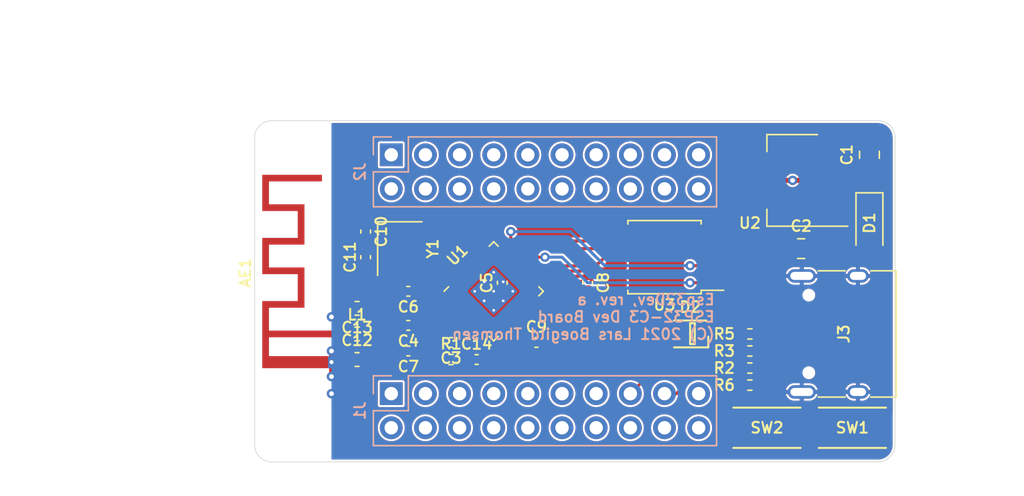
<source format=kicad_pcb>
(kicad_pcb (version 20171130) (host pcbnew 5.99.0+really5.1.12+dfsg1-1)
  (layers (0 F.Cu signal) (1 In1.Cu signal) (2 In2.Cu signal) (31 B.Cu signal) (34 B.Paste user) (35 F.Paste user) (36 B.SilkS user) (37 F.SilkS user) (38 B.Mask user) (39 F.Mask user) (44 Edge.Cuts user))
  (net 0 "")
  (net 1 GND)
  (net 2 VBUS)
  (net 3 +3V3)
  (net 4 "Net-(AE1-Pad1)")
  (net 5 EN)
  (net 6 VDD_SPI)
  (net 7 F_CK)
  (net 8 F_DI)
  (net 9 F_DO)
  (net 10 F_CS)
  (net 11 "Net-(J1-Pad10)")
  (net 12 "Net-(J1-Pad7)")
  (net 13 "Net-(J1-Pad5)")
  (net 14 "Net-(J1-Pad3)")
  (net 15 "Net-(J1-Pad1)")
  (net 16 "Net-(J2-Pad1)")
  (net 17 "Net-(C10-Pad1)")
  (net 18 "Net-(C11-Pad1)")
  (net 19 +5V)
  (net 20 "Net-(J3-PadA6)")
  (net 21 "Net-(J3-PadB5)")
  (net 22 "Net-(J3-PadA8)")
  (net 23 "Net-(J3-PadA7)")
  (net 24 "Net-(J3-PadA5)")
  (net 25 "Net-(J3-PadB8)")
  (net 26 "Net-(C13-Pad1)")
  (net 27 IO18_DM)
  (net 28 IO19_DP)
  (net 29 IO0)
  (net 30 IO1)
  (net 31 IO2)
  (net 32 IO3)
  (net 33 IO4_MTMS)
  (net 34 IO5_MTDI)
  (net 35 IO6_MTCK)
  (net 36 IO7_MTDO)
  (net 37 IO8)
  (net 38 IO9)
  (net 39 IO10)
  (net 40 IO20_U0RX)
  (net 41 IO21_U0TX)
  (net 42 "Net-(SW2-Pad2)")
  (net 43 "Net-(SW2-Pad1)")
  (net 44 IO12_F_RST)
  (net 45 IO13_F_WP)
  (net 46 "Net-(J1-Pad19)")
  (net 47 "Net-(J1-Pad13)")
  (net 48 "Net-(J1-Pad11)")
  (net 49 "Net-(J2-Pad19)")
  (net 50 "Net-(J2-Pad17)")
  (net 51 "Net-(J2-Pad15)")
  (net 52 "Net-(D2-Pad3)")
  (net 53 "Net-(D2-Pad1)")
  (net 54 "Net-(U1-Pad24)")
  (net 55 "Net-(J2-Pad13)")
  (net 56 "Net-(J2-Pad11)")
  (net 57 "Net-(J1-Pad17)")
  (net 58 "Net-(J1-Pad15)")
  (module esp32dev:LED_WS2812C-2020 (layer F.Cu) (at 133.985 95.885)
    (fp_text reference D2 (at 0 -2) (layer F.SilkS) (effects (font (size 0.8 0.8))))
    (fp_text value WS2812)
    (fp_line (start 0.35 0.75) (end 0.35 -0.8) (layer F.SilkS) (width 0.15))
    (fp_line (start 0 0.75) (end 0.35 0.75) (layer F.SilkS) (width 0.15))
    (fp_line (start 0 -0.8) (end 0 0.75) (layer F.SilkS) (width 0.15))
    (fp_line (start 0.35 -0.8) (end 0 -0.8) (layer F.SilkS) (width 0.15))
    (fp_line (start -1.2 -1) (end 1.2 -1) (layer F.SilkS) (width 0.15))
    (fp_line (start 1.35 1) (end 1.35 0.2) (layer F.SilkS) (width 0.15))
    (fp_line (start -1.2 1) (end 1.35 1) (layer F.SilkS) (width 0.15))
    (pad 4 smd rect (at -0.915 0.55) (size 0.7 0.7) (layers F.Cu F.Paste F.Mask) (net 3 +3V3))
    (pad 3 smd rect (at -0.915 -0.55) (size 0.7 0.7) (layers F.Cu F.Paste F.Mask) (net 52 "Net-(D2-Pad3)"))
    (pad 2 smd rect (at 0.915 -0.55) (size 0.7 0.7) (layers F.Cu F.Paste F.Mask) (net 1 GND))
    (pad 1 smd rect (at 0.915 0.55) (size 0.7 0.7) (layers F.Cu F.Paste F.Mask) (net 53 "Net-(D2-Pad1)"))
  )
  (module esp32dev:Texas_SWRA117D_2.4GHz_Right (layer F.Cu) (at 107.315 95.885 90)
    (fp_text reference AE1 (at 4.55 -6.41 90) (layer F.SilkS) (effects (font (size 0.8 0.8))))
    (fp_text value ~)
    (fp_poly (pts (xy 2.45 -2.51) (xy 4.45 -2.51) (xy 4.45 -5.15) (xy 7.15 -5.15) (xy 7.15 -2.51) (xy 9.15 -2.51) (xy 9.15 -5.15) (xy 11.85 -5.15) (xy 11.85 -0.71) (xy 11.35 -0.71) (xy 11.35 -4.65) (xy 9.65 -4.65) (xy 9.65 -2.01) (xy 6.65 -2.01) (xy 6.65 -4.65) (xy 4.95 -4.65) (xy 4.95 -2.01) (xy 1.95 -2.01) (xy 1.95 -4.65) (xy 0.25 -4.65) (xy 0.25 0.25) (xy -0.25 0.25) (xy -0.25 -4.65) (xy -1.65 -4.65) (xy -1.65 0.25) (xy -2.55 0.25) (xy -2.55 0.006785) (xy -2.247583 0.006785) (xy -2.237742 0.054395) (xy -2.213674 0.096797) (xy -2.175731 0.129581) (xy -2.167819 0.133935) (xy -2.125156 0.146043) (xy -2.076637 0.1453) (xy -2.031122 0.1324) (xy -2.012511 0.121787) (xy -1.978868 0.086553) (xy -1.958309 0.041368) (xy -1.951778 -0.008158) (xy -1.960218 -0.056417) (xy -1.977112 -0.088643) (xy -2.012372 -0.121313) (xy -2.057682 -0.141408) (xy -2.107267 -0.147982) (xy -2.155353 -0.140092) (xy -2.188245 -0.123186) (xy -2.223185 -0.086416) (xy -2.242847 -0.041622) (xy -2.247583 0.006785) (xy -2.55 0.006785) (xy -2.55 -5.15) (xy 2.45 -5.15) (xy 2.45 -2.51)) (layer F.Cu) (width 0))
    (pad 1 connect rect (at 0 0 90) (size 0.5 0.5) (layers F.Cu) (net 4 "Net-(AE1-Pad1)"))
    (pad 2 thru_hole rect (at -2.1 0 90) (size 0.9 0.5) (drill 0.3) (layers *.Cu) (net 1 GND))
  )
  (module Connector_PinHeader_2.54mm:PinHeader_2x10_P2.54mm_Vertical (layer B.Cu) (at 111.76 82.55 270)
    (fp_text reference J2 (at 1.27 2.33 270) (layer B.SilkS) (effects (font (size 0.8 0.8)) (justify mirror)))
    (fp_text value ~)
    (fp_line (start -1.33 1.33) (end 0 1.33) (layer B.SilkS) (width 0.12))
    (fp_line (start -1.33 0) (end -1.33 1.33) (layer B.SilkS) (width 0.12))
    (fp_line (start 1.27 1.33) (end 3.87 1.33) (layer B.SilkS) (width 0.12))
    (fp_line (start 1.27 -1.27) (end 1.27 1.33) (layer B.SilkS) (width 0.12))
    (fp_line (start -1.33 -1.27) (end 1.27 -1.27) (layer B.SilkS) (width 0.12))
    (fp_line (start 3.87 1.33) (end 3.87 -24.19) (layer B.SilkS) (width 0.12))
    (fp_line (start -1.33 -1.27) (end -1.33 -24.19) (layer B.SilkS) (width 0.12))
    (fp_line (start -1.33 -24.19) (end 3.87 -24.19) (layer B.SilkS) (width 0.12))
    (pad 20 thru_hole oval (at 2.54 -22.86 270) (size 1.7 1.7) (drill 1) (layers *.Cu *.Mask) (net 49 "Net-(J2-Pad19)"))
    (pad 19 thru_hole oval (at 0 -22.86 270) (size 1.7 1.7) (drill 1) (layers *.Cu *.Mask) (net 49 "Net-(J2-Pad19)"))
    (pad 18 thru_hole oval (at 2.54 -20.32 270) (size 1.7 1.7) (drill 1) (layers *.Cu *.Mask) (net 50 "Net-(J2-Pad17)"))
    (pad 17 thru_hole oval (at 0 -20.32 270) (size 1.7 1.7) (drill 1) (layers *.Cu *.Mask) (net 50 "Net-(J2-Pad17)"))
    (pad 16 thru_hole oval (at 2.54 -17.78 270) (size 1.7 1.7) (drill 1) (layers *.Cu *.Mask) (net 51 "Net-(J2-Pad15)"))
    (pad 15 thru_hole oval (at 0 -17.78 270) (size 1.7 1.7) (drill 1) (layers *.Cu *.Mask) (net 51 "Net-(J2-Pad15)"))
    (pad 14 thru_hole oval (at 2.54 -15.24 270) (size 1.7 1.7) (drill 1) (layers *.Cu *.Mask) (net 55 "Net-(J2-Pad13)"))
    (pad 13 thru_hole oval (at 0 -15.24 270) (size 1.7 1.7) (drill 1) (layers *.Cu *.Mask) (net 55 "Net-(J2-Pad13)"))
    (pad 12 thru_hole oval (at 2.54 -12.7 270) (size 1.7 1.7) (drill 1) (layers *.Cu *.Mask) (net 56 "Net-(J2-Pad11)"))
    (pad 11 thru_hole oval (at 0 -12.7 270) (size 1.7 1.7) (drill 1) (layers *.Cu *.Mask) (net 56 "Net-(J2-Pad11)"))
    (pad 10 thru_hole oval (at 2.54 -10.16 270) (size 1.7 1.7) (drill 1) (layers *.Cu *.Mask) (net 27 IO18_DM))
    (pad 9 thru_hole oval (at 0 -10.16 270) (size 1.7 1.7) (drill 1) (layers *.Cu *.Mask) (net 27 IO18_DM))
    (pad 8 thru_hole oval (at 2.54 -7.62 270) (size 1.7 1.7) (drill 1) (layers *.Cu *.Mask) (net 28 IO19_DP))
    (pad 7 thru_hole oval (at 0 -7.62 270) (size 1.7 1.7) (drill 1) (layers *.Cu *.Mask) (net 28 IO19_DP))
    (pad 6 thru_hole oval (at 2.54 -5.08 270) (size 1.7 1.7) (drill 1) (layers *.Cu *.Mask) (net 40 IO20_U0RX))
    (pad 5 thru_hole oval (at 0 -5.08 270) (size 1.7 1.7) (drill 1) (layers *.Cu *.Mask) (net 40 IO20_U0RX))
    (pad 4 thru_hole oval (at 2.54 -2.54 270) (size 1.7 1.7) (drill 1) (layers *.Cu *.Mask) (net 41 IO21_U0TX))
    (pad 3 thru_hole oval (at 0 -2.54 270) (size 1.7 1.7) (drill 1) (layers *.Cu *.Mask) (net 41 IO21_U0TX))
    (pad 2 thru_hole oval (at 2.54 0 270) (size 1.7 1.7) (drill 1) (layers *.Cu *.Mask) (net 16 "Net-(J2-Pad1)"))
    (pad 1 thru_hole rect (at 0 0 270) (size 1.7 1.7) (drill 1) (layers *.Cu *.Mask) (net 16 "Net-(J2-Pad1)"))
  )
  (module Connector_PinHeader_2.54mm:PinHeader_2x10_P2.54mm_Vertical (layer B.Cu) (at 111.76 100.33 270)
    (fp_text reference J1 (at 1.27 2.33 90) (layer B.SilkS) (effects (font (size 0.8 0.8)) (justify mirror)))
    (fp_text value ~)
    (fp_line (start -1.33 1.33) (end 0 1.33) (layer B.SilkS) (width 0.12))
    (fp_line (start -1.33 0) (end -1.33 1.33) (layer B.SilkS) (width 0.12))
    (fp_line (start 1.27 1.33) (end 3.87 1.33) (layer B.SilkS) (width 0.12))
    (fp_line (start 1.27 -1.27) (end 1.27 1.33) (layer B.SilkS) (width 0.12))
    (fp_line (start -1.33 -1.27) (end 1.27 -1.27) (layer B.SilkS) (width 0.12))
    (fp_line (start 3.87 1.33) (end 3.87 -24.19) (layer B.SilkS) (width 0.12))
    (fp_line (start -1.33 -1.27) (end -1.33 -24.19) (layer B.SilkS) (width 0.12))
    (fp_line (start -1.33 -24.19) (end 3.87 -24.19) (layer B.SilkS) (width 0.12))
    (pad 20 thru_hole oval (at 2.54 -22.86 270) (size 1.7 1.7) (drill 1) (layers *.Cu *.Mask) (net 46 "Net-(J1-Pad19)"))
    (pad 19 thru_hole oval (at 0 -22.86 270) (size 1.7 1.7) (drill 1) (layers *.Cu *.Mask) (net 46 "Net-(J1-Pad19)"))
    (pad 18 thru_hole oval (at 2.54 -20.32 270) (size 1.7 1.7) (drill 1) (layers *.Cu *.Mask) (net 57 "Net-(J1-Pad17)"))
    (pad 17 thru_hole oval (at 0 -20.32 270) (size 1.7 1.7) (drill 1) (layers *.Cu *.Mask) (net 57 "Net-(J1-Pad17)"))
    (pad 16 thru_hole oval (at 2.54 -17.78 270) (size 1.7 1.7) (drill 1) (layers *.Cu *.Mask) (net 58 "Net-(J1-Pad15)"))
    (pad 15 thru_hole oval (at 0 -17.78 270) (size 1.7 1.7) (drill 1) (layers *.Cu *.Mask) (net 58 "Net-(J1-Pad15)"))
    (pad 14 thru_hole oval (at 2.54 -15.24 270) (size 1.7 1.7) (drill 1) (layers *.Cu *.Mask) (net 47 "Net-(J1-Pad13)"))
    (pad 13 thru_hole oval (at 0 -15.24 270) (size 1.7 1.7) (drill 1) (layers *.Cu *.Mask) (net 47 "Net-(J1-Pad13)"))
    (pad 12 thru_hole oval (at 2.54 -12.7 270) (size 1.7 1.7) (drill 1) (layers *.Cu *.Mask) (net 48 "Net-(J1-Pad11)"))
    (pad 11 thru_hole oval (at 0 -12.7 270) (size 1.7 1.7) (drill 1) (layers *.Cu *.Mask) (net 48 "Net-(J1-Pad11)"))
    (pad 10 thru_hole oval (at 2.54 -10.16 270) (size 1.7 1.7) (drill 1) (layers *.Cu *.Mask) (net 11 "Net-(J1-Pad10)"))
    (pad 9 thru_hole oval (at 0 -10.16 270) (size 1.7 1.7) (drill 1) (layers *.Cu *.Mask) (net 11 "Net-(J1-Pad10)"))
    (pad 8 thru_hole oval (at 2.54 -7.62 270) (size 1.7 1.7) (drill 1) (layers *.Cu *.Mask) (net 12 "Net-(J1-Pad7)"))
    (pad 7 thru_hole oval (at 0 -7.62 270) (size 1.7 1.7) (drill 1) (layers *.Cu *.Mask) (net 12 "Net-(J1-Pad7)"))
    (pad 6 thru_hole oval (at 2.54 -5.08 270) (size 1.7 1.7) (drill 1) (layers *.Cu *.Mask) (net 13 "Net-(J1-Pad5)"))
    (pad 5 thru_hole oval (at 0 -5.08 270) (size 1.7 1.7) (drill 1) (layers *.Cu *.Mask) (net 13 "Net-(J1-Pad5)"))
    (pad 4 thru_hole oval (at 2.54 -2.54 270) (size 1.7 1.7) (drill 1) (layers *.Cu *.Mask) (net 14 "Net-(J1-Pad3)"))
    (pad 3 thru_hole oval (at 0 -2.54 270) (size 1.7 1.7) (drill 1) (layers *.Cu *.Mask) (net 14 "Net-(J1-Pad3)"))
    (pad 2 thru_hole oval (at 2.54 0 270) (size 1.7 1.7) (drill 1) (layers *.Cu *.Mask) (net 15 "Net-(J1-Pad1)"))
    (pad 1 thru_hole rect (at 0 0 270) (size 1.7 1.7) (drill 1) (layers *.Cu *.Mask) (net 15 "Net-(J1-Pad1)"))
  )
  (module Capacitor_SMD:C_0402_1005Metric (layer F.Cu) (at 118.11 97.79)
    (fp_text reference C14 (at 0 -1.16) (layer F.SilkS) (effects (font (size 0.8 0.8))))
    (fp_text value 100nF)
    (fp_line (start -0.107836 0.36) (end 0.107836 0.36) (layer F.SilkS) (width 0.12))
    (fp_line (start -0.107836 -0.36) (end 0.107836 -0.36) (layer F.SilkS) (width 0.12))
    (pad 2 smd roundrect (at 0.48 0) (size 0.56 0.62) (layers F.Cu F.Paste F.Mask) (net 1 GND))
    (pad 1 smd roundrect (at -0.48 0) (size 0.56 0.62) (layers F.Cu F.Paste F.Mask) (net 5 EN))
  )
  (module esp32dev:TS-1088R-02526 (layer F.Cu) (at 139.7 102.87 180)
    (fp_text reference SW2 (at 0 0) (layer F.SilkS) (effects (font (size 0.8 0.8))))
    (fp_text value ~)
    (fp_line (start 2.5 1.5) (end -2.5 1.5) (layer F.SilkS) (width 0.15))
    (fp_line (start -2.5 -1.5) (end 2.5 -1.5) (layer F.SilkS) (width 0.15))
    (pad 2 smd rect (at 2.2 0 180) (size 1.05 2) (layers F.Cu F.Paste F.Mask) (net 42 "Net-(SW2-Pad2)"))
    (pad 1 smd rect (at -2.2 -0.05 180) (size 1.05 2) (layers F.Cu F.Paste F.Mask) (net 43 "Net-(SW2-Pad1)"))
  )
  (module esp32dev:TS-1088R-02526 (layer F.Cu) (at 146.05 102.87 180)
    (fp_text reference SW1 (at 0 0) (layer F.SilkS) (effects (font (size 0.8 0.8))))
    (fp_text value ~)
    (fp_line (start 2.5 1.5) (end -2.5 1.5) (layer F.SilkS) (width 0.15))
    (fp_line (start -2.5 -1.5) (end 2.5 -1.5) (layer F.SilkS) (width 0.15))
    (pad 2 smd rect (at 2.2 0 180) (size 1.05 2) (layers F.Cu F.Paste F.Mask) (net 5 EN))
    (pad 1 smd rect (at -2.2 -0.05 180) (size 1.05 2) (layers F.Cu F.Paste F.Mask) (net 1 GND))
  )
  (module Resistor_SMD:R_0402_1005Metric (layer F.Cu) (at 116.205 97.79)
    (fp_text reference R1 (at 0 -1.17) (layer F.SilkS) (effects (font (size 0.8 0.8))))
    (fp_text value 10k)
    (fp_line (start -0.153641 -0.38) (end 0.153641 -0.38) (layer F.SilkS) (width 0.12))
    (fp_line (start -0.153641 0.38) (end 0.153641 0.38) (layer F.SilkS) (width 0.12))
    (pad 2 smd roundrect (at 0.51 0) (size 0.54 0.64) (layers F.Cu F.Paste F.Mask) (net 5 EN))
    (pad 1 smd roundrect (at -0.51 0) (size 0.54 0.64) (layers F.Cu F.Paste F.Mask) (net 3 +3V3))
  )
  (module Inductor_SMD:L_0603_1608Metric (layer F.Cu) (at 109.22 95.885)
    (fp_text reference L1 (at 0 -1.43) (layer F.SilkS) (effects (font (size 0.8 0.8))))
    (fp_text value 0R)
    (fp_line (start -0.162779 0.51) (end 0.162779 0.51) (layer F.SilkS) (width 0.12))
    (fp_line (start -0.162779 -0.51) (end 0.162779 -0.51) (layer F.SilkS) (width 0.12))
    (pad 2 smd roundrect (at 0.7875 0) (size 0.875 0.95) (layers F.Cu F.Paste F.Mask) (net 26 "Net-(C13-Pad1)"))
    (pad 1 smd roundrect (at -0.7875 0) (size 0.875 0.95) (layers F.Cu F.Paste F.Mask) (net 4 "Net-(AE1-Pad1)"))
  )
  (module Capacitor_SMD:C_0603_1608Metric (layer F.Cu) (at 109.22 93.98 180)
    (fp_text reference C13 (at 0 -1.43) (layer F.SilkS) (effects (font (size 0.8 0.8))))
    (fp_text value NM)
    (fp_line (start -0.14058 0.51) (end 0.14058 0.51) (layer F.SilkS) (width 0.12))
    (fp_line (start -0.14058 -0.51) (end 0.14058 -0.51) (layer F.SilkS) (width 0.12))
    (pad 2 smd roundrect (at 0.775 0 180) (size 0.9 0.95) (layers F.Cu F.Paste F.Mask) (net 1 GND))
    (pad 1 smd roundrect (at -0.775 0 180) (size 0.9 0.95) (layers F.Cu F.Paste F.Mask) (net 26 "Net-(C13-Pad1)"))
  )
  (module Capacitor_SMD:C_0603_1608Metric (layer F.Cu) (at 109.22 97.79)
    (fp_text reference C12 (at 0 -1.43) (layer F.SilkS) (effects (font (size 0.8 0.8))))
    (fp_text value NM)
    (fp_line (start -0.14058 0.51) (end 0.14058 0.51) (layer F.SilkS) (width 0.12))
    (fp_line (start -0.14058 -0.51) (end 0.14058 -0.51) (layer F.SilkS) (width 0.12))
    (pad 2 smd roundrect (at 0.775 0) (size 0.9 0.95) (layers F.Cu F.Paste F.Mask) (net 1 GND))
    (pad 1 smd roundrect (at -0.775 0) (size 0.9 0.95) (layers F.Cu F.Paste F.Mask) (net 4 "Net-(AE1-Pad1)"))
  )
  (module Resistor_SMD:R_0402_1005Metric (layer F.Cu) (at 138.43 99.695 180)
    (fp_text reference R6 (at 1.905 0) (layer F.SilkS) (effects (font (size 0.8 0.8))))
    (fp_text value 5.1k)
    (fp_line (start -0.153641 0.38) (end 0.153641 0.38) (layer F.SilkS) (width 0.12))
    (fp_line (start -0.153641 -0.38) (end 0.153641 -0.38) (layer F.SilkS) (width 0.12))
    (pad 2 smd roundrect (at 0.51 0 180) (size 0.54 0.64) (layers F.Cu F.Paste F.Mask) (net 1 GND))
    (pad 1 smd roundrect (at -0.51 0 180) (size 0.54 0.64) (layers F.Cu F.Paste F.Mask) (net 24 "Net-(J3-PadA5)"))
  )
  (module Resistor_SMD:R_0402_1005Metric (layer F.Cu) (at 138.43 95.885 180)
    (fp_text reference R5 (at 1.905 0) (layer F.SilkS) (effects (font (size 0.8 0.8))))
    (fp_text value 5.1k)
    (fp_line (start -0.153641 0.38) (end 0.153641 0.38) (layer F.SilkS) (width 0.12))
    (fp_line (start -0.153641 -0.38) (end 0.153641 -0.38) (layer F.SilkS) (width 0.12))
    (pad 2 smd roundrect (at 0.51 0 180) (size 0.54 0.64) (layers F.Cu F.Paste F.Mask) (net 1 GND))
    (pad 1 smd roundrect (at -0.51 0 180) (size 0.54 0.64) (layers F.Cu F.Paste F.Mask) (net 21 "Net-(J3-PadB5)"))
  )
  (module Resistor_SMD:R_0402_1005Metric (layer F.Cu) (at 138.43 97.155 180)
    (fp_text reference R3 (at 1.905 0) (layer F.SilkS) (effects (font (size 0.8 0.8))))
    (fp_text value 22R)
    (fp_line (start -0.153641 0.38) (end 0.153641 0.38) (layer F.SilkS) (width 0.12))
    (fp_line (start -0.153641 -0.38) (end 0.153641 -0.38) (layer F.SilkS) (width 0.12))
    (pad 2 smd roundrect (at 0.51 0 180) (size 0.54 0.64) (layers F.Cu F.Paste F.Mask) (net 28 IO19_DP))
    (pad 1 smd roundrect (at -0.51 0 180) (size 0.54 0.64) (layers F.Cu F.Paste F.Mask) (net 20 "Net-(J3-PadA6)"))
  )
  (module Resistor_SMD:R_0402_1005Metric (layer F.Cu) (at 138.43 98.425 180)
    (fp_text reference R2 (at 1.905 0) (layer F.SilkS) (effects (font (size 0.8 0.8))))
    (fp_text value 22R)
    (fp_line (start -0.153641 0.38) (end 0.153641 0.38) (layer F.SilkS) (width 0.12))
    (fp_line (start -0.153641 -0.38) (end 0.153641 -0.38) (layer F.SilkS) (width 0.12))
    (pad 2 smd roundrect (at 0.51 0 180) (size 0.54 0.64) (layers F.Cu F.Paste F.Mask) (net 27 IO18_DM))
    (pad 1 smd roundrect (at -0.51 0 180) (size 0.54 0.64) (layers F.Cu F.Paste F.Mask) (net 23 "Net-(J3-PadA7)"))
  )
  (module esp32dev:USB_C_Receptacle_HRO_TYPE-C-31-M-12 (layer F.Cu) (at 145.415 95.885 90)
    (fp_text reference J3 (at 0 0 90) (layer F.SilkS) (effects (font (size 0.8 0.8))))
    (fp_text value USB-C)
    (fp_line (start -4.7 2) (end -4.7 3.9) (layer F.SilkS) (width 0.12))
    (fp_line (start -4.7 -1.9) (end -4.7 0.1) (layer F.SilkS) (width 0.12))
    (fp_line (start 4.7 2) (end 4.7 3.9) (layer F.SilkS) (width 0.12))
    (fp_line (start 4.7 -1.9) (end 4.7 0.1) (layer F.SilkS) (width 0.12))
    (fp_line (start -4.7 3.9) (end 4.7 3.9) (layer F.SilkS) (width 0.12))
    (pad S1 thru_hole oval (at 4.32 1.05 90) (size 1 1.6) (drill oval 0.6 1.2) (layers *.Cu *.Mask) (net 1 GND))
    (pad "" np_thru_hole circle (at 2.89 -2.6 90) (size 0.65 0.65) (drill 0.65) (layers *.Cu *.Mask))
    (pad S1 thru_hole oval (at -4.32 1.05 90) (size 1 1.6) (drill oval 0.6 1.2) (layers *.Cu *.Mask) (net 1 GND))
    (pad "" np_thru_hole circle (at -2.89 -2.6 90) (size 0.65 0.65) (drill 0.65) (layers *.Cu *.Mask))
    (pad S1 thru_hole oval (at -4.32 -3.13 90) (size 1 2.1) (drill oval 0.6 1.7) (layers *.Cu *.Mask) (net 1 GND))
    (pad S1 thru_hole oval (at 4.32 -3.13 90) (size 1 2.1) (drill oval 0.6 1.7) (layers *.Cu *.Mask) (net 1 GND))
    (pad A6 smd rect (at -0.25 -4.045 90) (size 0.3 1.45) (layers F.Cu F.Paste F.Mask) (net 20 "Net-(J3-PadA6)"))
    (pad B5 smd rect (at 1.75 -4.045 90) (size 0.3 1.45) (layers F.Cu F.Paste F.Mask) (net 21 "Net-(J3-PadB5)"))
    (pad A8 smd rect (at 1.25 -4.045 90) (size 0.3 1.45) (layers F.Cu F.Paste F.Mask) (net 22 "Net-(J3-PadA8)"))
    (pad B6 smd rect (at 0.75 -4.045 90) (size 0.3 1.45) (layers F.Cu F.Paste F.Mask) (net 20 "Net-(J3-PadA6)"))
    (pad A7 smd rect (at 0.25 -4.045 90) (size 0.3 1.45) (layers F.Cu F.Paste F.Mask) (net 23 "Net-(J3-PadA7)"))
    (pad B7 smd rect (at -0.75 -4.045 90) (size 0.3 1.45) (layers F.Cu F.Paste F.Mask) (net 23 "Net-(J3-PadA7)"))
    (pad A5 smd rect (at -1.25 -4.045 90) (size 0.3 1.45) (layers F.Cu F.Paste F.Mask) (net 24 "Net-(J3-PadA5)"))
    (pad B8 smd rect (at -1.75 -4.045 90) (size 0.3 1.45) (layers F.Cu F.Paste F.Mask) (net 25 "Net-(J3-PadB8)"))
    (pad A12 smd rect (at 3.25 -4.045 90) (size 0.6 1.45) (layers F.Cu F.Paste F.Mask) (net 1 GND))
    (pad B4 smd rect (at 2.45 -4.045 90) (size 0.6 1.45) (layers F.Cu F.Paste F.Mask) (net 19 +5V))
    (pad A4 smd rect (at -2.45 -4.045 90) (size 0.6 1.45) (layers F.Cu F.Paste F.Mask) (net 19 +5V))
    (pad A1 smd rect (at -3.25 -4.045 90) (size 0.6 1.45) (layers F.Cu F.Paste F.Mask) (net 1 GND))
    (pad B12 smd rect (at -3.25 -4.045 90) (size 0.6 1.45) (layers F.Cu F.Paste F.Mask) (net 1 GND))
    (pad B9 smd rect (at -2.45 -4.045 90) (size 0.6 1.45) (layers F.Cu F.Paste F.Mask) (net 19 +5V))
    (pad A9 smd rect (at 2.45 -4.045 90) (size 0.6 1.45) (layers F.Cu F.Paste F.Mask) (net 19 +5V))
    (pad B1 smd rect (at 3.25 -4.045 90) (size 0.6 1.45) (layers F.Cu F.Paste F.Mask) (net 1 GND))
  )
  (module Diode_SMD:D_SOD-123 (layer F.Cu) (at 147.32 87.63 270)
    (fp_text reference D1 (at 0 0 90) (layer F.SilkS) (effects (font (size 0.8 0.8))))
    (fp_text value ~)
    (fp_line (start -2.25 -1) (end 1.65 -1) (layer F.SilkS) (width 0.12))
    (fp_line (start -2.25 1) (end 1.65 1) (layer F.SilkS) (width 0.12))
    (fp_line (start -2.25 -1) (end -2.25 1) (layer F.SilkS) (width 0.12))
    (pad 2 smd rect (at 1.65 0 270) (size 0.9 1.2) (layers F.Cu F.Paste F.Mask) (net 19 +5V))
    (pad 1 smd rect (at -1.65 0 270) (size 0.9 1.2) (layers F.Cu F.Paste F.Mask) (net 2 VBUS))
  )
  (module Crystal:Crystal_SMD_3225-4Pin_3.2x2.5mm (layer F.Cu) (at 112.395 89.535 270)
    (fp_text reference Y1 (at 0 -2.45 90) (layer F.SilkS) (effects (font (size 0.8 0.8))))
    (fp_text value 40MHz)
    (fp_line (start -2 -1.65) (end -2 1.65) (layer F.SilkS) (width 0.12))
    (fp_line (start -2 1.65) (end 2 1.65) (layer F.SilkS) (width 0.12))
    (pad 4 smd rect (at -1.1 -0.85 270) (size 1.4 1.2) (layers F.Cu F.Paste F.Mask) (net 1 GND))
    (pad 3 smd rect (at 1.1 -0.85 270) (size 1.4 1.2) (layers F.Cu F.Paste F.Mask) (net 18 "Net-(C11-Pad1)"))
    (pad 2 smd rect (at 1.1 0.85 270) (size 1.4 1.2) (layers F.Cu F.Paste F.Mask) (net 1 GND))
    (pad 1 smd rect (at -1.1 0.85 270) (size 1.4 1.2) (layers F.Cu F.Paste F.Mask) (net 17 "Net-(C10-Pad1)"))
  )
  (module Capacitor_SMD:C_0402_1005Metric (layer F.Cu) (at 109.855 90.17 90)
    (fp_text reference C11 (at 0 -1.16 90) (layer F.SilkS) (effects (font (size 0.8 0.8))))
    (fp_text value 10pF)
    (fp_line (start -0.107836 -0.36) (end 0.107836 -0.36) (layer F.SilkS) (width 0.12))
    (fp_line (start -0.107836 0.36) (end 0.107836 0.36) (layer F.SilkS) (width 0.12))
    (pad 2 smd roundrect (at 0.48 0 90) (size 0.56 0.62) (layers F.Cu F.Paste F.Mask) (net 1 GND))
    (pad 1 smd roundrect (at -0.48 0 90) (size 0.56 0.62) (layers F.Cu F.Paste F.Mask) (net 18 "Net-(C11-Pad1)"))
  )
  (module Capacitor_SMD:C_0402_1005Metric (layer F.Cu) (at 109.855 88.265 270)
    (fp_text reference C10 (at 0 -1.16 90) (layer F.SilkS) (effects (font (size 0.8 0.8))))
    (fp_text value 10pF)
    (fp_line (start -0.107836 -0.36) (end 0.107836 -0.36) (layer F.SilkS) (width 0.12))
    (fp_line (start -0.107836 0.36) (end 0.107836 0.36) (layer F.SilkS) (width 0.12))
    (pad 2 smd roundrect (at 0.48 0 270) (size 0.56 0.62) (layers F.Cu F.Paste F.Mask) (net 1 GND))
    (pad 1 smd roundrect (at -0.48 0 270) (size 0.56 0.62) (layers F.Cu F.Paste F.Mask) (net 17 "Net-(C10-Pad1)"))
  )
  (module esp32dev:QFN-32-1EP_5x5mm_P0.5mm_EP3.1x3.1mm_ThermalVias (layer F.Cu) (at 119.38 92.71 45)
    (fp_text reference U1 (at 0 -3.82 45) (layer F.SilkS) (effects (font (size 0.8 0.8))))
    (fp_text value ESP32-C3)
    (fp_line (start -2.135 -2.61) (end -2.61 -2.61) (layer F.SilkS) (width 0.12))
    (fp_line (start 2.61 2.61) (end 2.61 2.135) (layer F.SilkS) (width 0.12))
    (fp_line (start 2.135 2.61) (end 2.61 2.61) (layer F.SilkS) (width 0.12))
    (fp_line (start -2.61 2.61) (end -2.61 2.135) (layer F.SilkS) (width 0.12))
    (fp_line (start -2.135 2.61) (end -2.61 2.61) (layer F.SilkS) (width 0.12))
    (fp_line (start 2.61 -2.61) (end 2.61 -2.135) (layer F.SilkS) (width 0.12))
    (fp_line (start 2.135 -2.61) (end 2.61 -2.61) (layer F.SilkS) (width 0.12))
    (pad 1 smd roundrect (at -2.4375 -1.75 45) (size 0.875 0.25) (layers F.Cu F.Paste F.Mask) (net 26 "Net-(C13-Pad1)"))
    (pad 2 smd roundrect (at -2.4375 -1.25 45) (size 0.875 0.25) (layers F.Cu F.Paste F.Mask) (net 3 +3V3))
    (pad 3 smd roundrect (at -2.4375 -0.75 45) (size 0.875 0.25) (layers F.Cu F.Paste F.Mask) (net 3 +3V3))
    (pad 4 smd roundrect (at -2.4375 -0.25 45) (size 0.875 0.25) (layers F.Cu F.Paste F.Mask) (net 29 IO0))
    (pad 5 smd roundrect (at -2.4375 0.25 45) (size 0.875 0.25) (layers F.Cu F.Paste F.Mask) (net 30 IO1))
    (pad 6 smd roundrect (at -2.4375 0.75 45) (size 0.875 0.25) (layers F.Cu F.Paste F.Mask) (net 31 IO2))
    (pad 7 smd roundrect (at -2.4375 1.25 45) (size 0.875 0.25) (layers F.Cu F.Paste F.Mask) (net 5 EN))
    (pad 8 smd roundrect (at -2.4375 1.75 45) (size 0.875 0.25) (layers F.Cu F.Paste F.Mask) (net 32 IO3))
    (pad 9 smd roundrect (at -1.75 2.4375 45) (size 0.25 0.875) (layers F.Cu F.Paste F.Mask) (net 33 IO4_MTMS))
    (pad 10 smd roundrect (at -1.25 2.4375 45) (size 0.25 0.875) (layers F.Cu F.Paste F.Mask) (net 34 IO5_MTDI))
    (pad 11 smd roundrect (at -0.75 2.4375 45) (size 0.25 0.875) (layers F.Cu F.Paste F.Mask) (net 3 +3V3))
    (pad 12 smd roundrect (at -0.25 2.4375 45) (size 0.25 0.875) (layers F.Cu F.Paste F.Mask) (net 35 IO6_MTCK))
    (pad 13 smd roundrect (at 0.25 2.4375 45) (size 0.25 0.875) (layers F.Cu F.Paste F.Mask) (net 36 IO7_MTDO))
    (pad 14 smd roundrect (at 0.75 2.4375 45) (size 0.25 0.875) (layers F.Cu F.Paste F.Mask) (net 37 IO8))
    (pad 15 smd roundrect (at 1.25 2.4375 45) (size 0.25 0.875) (layers F.Cu F.Paste F.Mask) (net 38 IO9))
    (pad 16 smd roundrect (at 1.75 2.4375 45) (size 0.25 0.875) (layers F.Cu F.Paste F.Mask) (net 39 IO10))
    (pad 17 smd roundrect (at 2.4375 1.75 45) (size 0.875 0.25) (layers F.Cu F.Paste F.Mask) (net 3 +3V3))
    (pad 18 smd roundrect (at 2.4375 1.25 45) (size 0.875 0.25) (layers F.Cu F.Paste F.Mask) (net 6 VDD_SPI))
    (pad 19 smd roundrect (at 2.4375 0.75 45) (size 0.875 0.25) (layers F.Cu F.Paste F.Mask) (net 44 IO12_F_RST))
    (pad 20 smd roundrect (at 2.4375 0.25 45) (size 0.875 0.25) (layers F.Cu F.Paste F.Mask) (net 10 F_CS))
    (pad 21 smd roundrect (at 2.4375 -0.25 45) (size 0.875 0.25) (layers F.Cu F.Paste F.Mask) (net 7 F_CK))
    (pad 22 smd roundrect (at 2.4375 -0.75 45) (size 0.875 0.25) (layers F.Cu F.Paste F.Mask) (net 8 F_DI))
    (pad 23 smd roundrect (at 2.4375 -1.25 45) (size 0.875 0.25) (layers F.Cu F.Paste F.Mask) (net 9 F_DO))
    (pad 24 smd roundrect (at 2.4375 -1.75 45) (size 0.875 0.25) (layers F.Cu F.Paste F.Mask) (net 54 "Net-(U1-Pad24)"))
    (pad 25 smd roundrect (at 1.75 -2.4375 45) (size 0.25 0.875) (layers F.Cu F.Paste F.Mask) (net 27 IO18_DM))
    (pad 26 smd roundrect (at 1.25 -2.4375 45) (size 0.25 0.875) (layers F.Cu F.Paste F.Mask) (net 28 IO19_DP))
    (pad 27 smd roundrect (at 0.75 -2.4375 45) (size 0.25 0.875) (layers F.Cu F.Paste F.Mask) (net 40 IO20_U0RX))
    (pad 28 smd roundrect (at 0.25 -2.4375 45) (size 0.25 0.875) (layers F.Cu F.Paste F.Mask) (net 41 IO21_U0TX))
    (pad 29 smd roundrect (at -0.25 -2.4375 45) (size 0.25 0.875) (layers F.Cu F.Paste F.Mask) (net 17 "Net-(C10-Pad1)"))
    (pad 30 smd roundrect (at -0.75 -2.4375 45) (size 0.25 0.875) (layers F.Cu F.Paste F.Mask) (net 18 "Net-(C11-Pad1)"))
    (pad 31 smd roundrect (at -1.25 -2.4375 45) (size 0.25 0.875) (layers F.Cu F.Paste F.Mask) (net 3 +3V3))
    (pad 32 smd roundrect (at -1.75 -2.4375 45) (size 0.25 0.875) (layers F.Cu F.Paste F.Mask) (net 3 +3V3))
    (pad 33 smd rect (at 0 0 45) (size 3.1 3.1) (layers F.Cu F.Mask) (net 1 GND))
    (pad 33 thru_hole circle (at -1 -1 45) (size 0.5 0.5) (drill 0.2) (layers *.Cu) (net 1 GND))
    (pad 33 thru_hole circle (at 0 -1 45) (size 0.5 0.5) (drill 0.2) (layers *.Cu) (net 1 GND))
    (pad 33 thru_hole circle (at 1 -1 45) (size 0.5 0.5) (drill 0.2) (layers *.Cu) (net 1 GND))
    (pad 33 thru_hole circle (at -1 0 45) (size 0.5 0.5) (drill 0.2) (layers *.Cu) (net 1 GND))
    (pad 33 thru_hole circle (at 0 0 45) (size 0.5 0.5) (drill 0.2) (layers *.Cu) (net 1 GND))
    (pad 33 thru_hole circle (at 1 0 45) (size 0.5 0.5) (drill 0.2) (layers *.Cu) (net 1 GND))
    (pad 33 thru_hole circle (at -1 1 45) (size 0.5 0.5) (drill 0.2) (layers *.Cu) (net 1 GND))
    (pad 33 thru_hole circle (at 0 1 45) (size 0.5 0.5) (drill 0.2) (layers *.Cu) (net 1 GND))
    (pad 33 thru_hole circle (at 1 1 45) (size 0.5 0.5) (drill 0.2) (layers *.Cu) (net 1 GND))
    (pad 33 smd rect (at 0 0 45) (size 2.5 2.5) (layers B.Cu) (net 1 GND))
  )
  (module Package_SO:SOIC-8_5.23x5.23mm_P1.27mm (layer F.Cu) (at 132.08 90.17 180)
    (fp_text reference U3 (at 0 -3.56) (layer F.SilkS) (effects (font (size 0.8 0.8))))
    (fp_text value W25Q128JVS)
    (fp_line (start -2.725 -2.465) (end -4.4 -2.465) (layer F.SilkS) (width 0.12))
    (fp_line (start -2.725 -2.725) (end -2.725 -2.465) (layer F.SilkS) (width 0.12))
    (fp_line (start 0 -2.725) (end -2.725 -2.725) (layer F.SilkS) (width 0.12))
    (fp_line (start 2.725 -2.725) (end 2.725 -2.465) (layer F.SilkS) (width 0.12))
    (fp_line (start 0 -2.725) (end 2.725 -2.725) (layer F.SilkS) (width 0.12))
    (fp_line (start -2.725 2.725) (end -2.725 2.465) (layer F.SilkS) (width 0.12))
    (fp_line (start 0 2.725) (end -2.725 2.725) (layer F.SilkS) (width 0.12))
    (fp_line (start 2.725 2.725) (end 2.725 2.465) (layer F.SilkS) (width 0.12))
    (fp_line (start 0 2.725) (end 2.725 2.725) (layer F.SilkS) (width 0.12))
    (pad 8 smd roundrect (at 3.6 -1.905 180) (size 1.6 0.6) (layers F.Cu F.Paste F.Mask) (net 6 VDD_SPI))
    (pad 7 smd roundrect (at 3.6 -0.635 180) (size 1.6 0.6) (layers F.Cu F.Paste F.Mask) (net 44 IO12_F_RST))
    (pad 6 smd roundrect (at 3.6 0.635 180) (size 1.6 0.6) (layers F.Cu F.Paste F.Mask) (net 7 F_CK))
    (pad 5 smd roundrect (at 3.6 1.905 180) (size 1.6 0.6) (layers F.Cu F.Paste F.Mask) (net 8 F_DI))
    (pad 4 smd roundrect (at -3.6 1.905 180) (size 1.6 0.6) (layers F.Cu F.Paste F.Mask) (net 1 GND))
    (pad 3 smd roundrect (at -3.6 0.635 180) (size 1.6 0.6) (layers F.Cu F.Paste F.Mask) (net 45 IO13_F_WP))
    (pad 2 smd roundrect (at -3.6 -0.635 180) (size 1.6 0.6) (layers F.Cu F.Paste F.Mask) (net 9 F_DO))
    (pad 1 smd roundrect (at -3.6 -1.905 180) (size 1.6 0.6) (layers F.Cu F.Paste F.Mask) (net 10 F_CS))
  )
  (module Capacitor_SMD:C_0402_1005Metric (layer F.Cu) (at 122.555 96.52)
    (fp_text reference C9 (at 0 -1.16) (layer F.SilkS) (effects (font (size 0.8 0.8))))
    (fp_text value 100nF)
    (fp_line (start -0.107836 0.36) (end 0.107836 0.36) (layer F.SilkS) (width 0.12))
    (fp_line (start -0.107836 -0.36) (end 0.107836 -0.36) (layer F.SilkS) (width 0.12))
    (pad 2 smd roundrect (at 0.48 0) (size 0.56 0.62) (layers F.Cu F.Paste F.Mask) (net 1 GND))
    (pad 1 smd roundrect (at -0.48 0) (size 0.56 0.62) (layers F.Cu F.Paste F.Mask) (net 3 +3V3))
  )
  (module Capacitor_SMD:C_0402_1005Metric (layer F.Cu) (at 126.365 92.075 270)
    (fp_text reference C8 (at 0 -1.16 90) (layer F.SilkS) (effects (font (size 0.8 0.8))))
    (fp_text value 100nF)
    (fp_line (start -0.107836 0.36) (end 0.107836 0.36) (layer F.SilkS) (width 0.12))
    (fp_line (start -0.107836 -0.36) (end 0.107836 -0.36) (layer F.SilkS) (width 0.12))
    (pad 2 smd roundrect (at 0.48 0 270) (size 0.56 0.62) (layers F.Cu F.Paste F.Mask) (net 1 GND))
    (pad 1 smd roundrect (at -0.48 0 270) (size 0.56 0.62) (layers F.Cu F.Paste F.Mask) (net 6 VDD_SPI))
  )
  (module Capacitor_SMD:C_0402_1005Metric (layer F.Cu) (at 113.03 97.155 180)
    (fp_text reference C7 (at 0 -1.16) (layer F.SilkS) (effects (font (size 0.8 0.8))))
    (fp_text value 100nF)
    (fp_line (start -0.107836 0.36) (end 0.107836 0.36) (layer F.SilkS) (width 0.12))
    (fp_line (start -0.107836 -0.36) (end 0.107836 -0.36) (layer F.SilkS) (width 0.12))
    (pad 2 smd roundrect (at 0.48 0 180) (size 0.56 0.62) (layers F.Cu F.Paste F.Mask) (net 1 GND))
    (pad 1 smd roundrect (at -0.48 0 180) (size 0.56 0.62) (layers F.Cu F.Paste F.Mask) (net 3 +3V3))
  )
  (module Capacitor_SMD:C_0402_1005Metric (layer F.Cu) (at 113.03 92.71 180)
    (fp_text reference C6 (at 0 -1.16) (layer F.SilkS) (effects (font (size 0.8 0.8))))
    (fp_text value 100nF)
    (fp_line (start -0.107836 0.36) (end 0.107836 0.36) (layer F.SilkS) (width 0.12))
    (fp_line (start -0.107836 -0.36) (end 0.107836 -0.36) (layer F.SilkS) (width 0.12))
    (pad 2 smd roundrect (at 0.48 0 180) (size 0.56 0.62) (layers F.Cu F.Paste F.Mask) (net 1 GND))
    (pad 1 smd roundrect (at -0.48 0 180) (size 0.56 0.62) (layers F.Cu F.Paste F.Mask) (net 3 +3V3))
  )
  (module Capacitor_SMD:C_0402_1005Metric (layer F.Cu) (at 120.015 92.075 90)
    (fp_text reference C5 (at 0 -1.16 90) (layer F.SilkS) (effects (font (size 0.8 0.8))))
    (fp_text value 100nF)
    (fp_line (start -0.107836 0.36) (end 0.107836 0.36) (layer F.SilkS) (width 0.12))
    (fp_line (start -0.107836 -0.36) (end 0.107836 -0.36) (layer F.SilkS) (width 0.12))
    (pad 2 smd roundrect (at 0.48 0 90) (size 0.56 0.62) (layers F.Cu F.Paste F.Mask) (net 1 GND))
    (pad 1 smd roundrect (at -0.48 0 90) (size 0.56 0.62) (layers F.Cu F.Paste F.Mask) (net 3 +3V3))
  )
  (module Capacitor_SMD:C_0402_1005Metric (layer F.Cu) (at 113.03 95.25 180)
    (fp_text reference C4 (at 0 -1.16) (layer F.SilkS) (effects (font (size 0.8 0.8))))
    (fp_text value 100nF)
    (fp_line (start -0.107836 0.36) (end 0.107836 0.36) (layer F.SilkS) (width 0.12))
    (fp_line (start -0.107836 -0.36) (end 0.107836 -0.36) (layer F.SilkS) (width 0.12))
    (pad 2 smd roundrect (at 0.48 0 180) (size 0.56 0.62) (layers F.Cu F.Paste F.Mask) (net 1 GND))
    (pad 1 smd roundrect (at -0.48 0 180) (size 0.56 0.62) (layers F.Cu F.Paste F.Mask) (net 3 +3V3))
  )
  (module Capacitor_SMD:C_0402_1005Metric (layer F.Cu) (at 116.205 96.52 180)
    (fp_text reference C3 (at 0 -1.16) (layer F.SilkS) (effects (font (size 0.8 0.8))))
    (fp_text value 100nF)
    (fp_line (start -0.107836 0.36) (end 0.107836 0.36) (layer F.SilkS) (width 0.12))
    (fp_line (start -0.107836 -0.36) (end 0.107836 -0.36) (layer F.SilkS) (width 0.12))
    (pad 2 smd roundrect (at 0.48 0 180) (size 0.56 0.62) (layers F.Cu F.Paste F.Mask) (net 1 GND))
    (pad 1 smd roundrect (at -0.48 0 180) (size 0.56 0.62) (layers F.Cu F.Paste F.Mask) (net 3 +3V3))
  )
  (module Capacitor_SMD:C_0805_2012Metric (layer F.Cu) (at 142.24 89.535)
    (fp_text reference C2 (at 0 -1.68) (layer F.SilkS) (effects (font (size 0.8 0.8))))
    (fp_text value 10uF)
    (fp_line (start -0.261252 0.735) (end 0.261252 0.735) (layer F.SilkS) (width 0.12))
    (fp_line (start -0.261252 -0.735) (end 0.261252 -0.735) (layer F.SilkS) (width 0.12))
    (pad 2 smd roundrect (at 0.95 0) (size 1 1.45) (layers F.Cu F.Paste F.Mask) (net 1 GND))
    (pad 1 smd roundrect (at -0.95 0) (size 1 1.45) (layers F.Cu F.Paste F.Mask) (net 3 +3V3))
  )
  (module Capacitor_SMD:C_0805_2012Metric (layer F.Cu) (at 147.32 82.55 90)
    (fp_text reference C1 (at 0 -1.68 90) (layer F.SilkS) (effects (font (size 0.8 0.8))))
    (fp_text value 10uF)
    (fp_line (start -0.261252 0.735) (end 0.261252 0.735) (layer F.SilkS) (width 0.12))
    (fp_line (start -0.261252 -0.735) (end 0.261252 -0.735) (layer F.SilkS) (width 0.12))
    (pad 2 smd roundrect (at 0.95 0 90) (size 1 1.45) (layers F.Cu F.Paste F.Mask) (net 1 GND))
    (pad 1 smd roundrect (at -0.95 0 90) (size 1 1.45) (layers F.Cu F.Paste F.Mask) (net 2 VBUS))
  )
  (module Package_TO_SOT_SMD:SOT-223-3_TabPin2 (layer F.Cu) (at 141.605 84.455 180)
    (fp_text reference U2 (at 3.175 -3.175) (layer F.SilkS) (effects (font (size 0.8 0.8))))
    (fp_text value AP1117-33)
    (fp_line (start -4.1 -3.41) (end 1.91 -3.41) (layer F.SilkS) (width 0.12))
    (fp_line (start -1.85 3.41) (end 1.91 3.41) (layer F.SilkS) (width 0.12))
    (fp_line (start 1.91 -3.41) (end 1.91 -2.15) (layer F.SilkS) (width 0.12))
    (fp_line (start 1.91 3.41) (end 1.91 2.15) (layer F.SilkS) (width 0.12))
    (pad 1 smd rect (at -3.15 -2.3 180) (size 2 1.5) (layers F.Cu F.Paste F.Mask) (net 1 GND))
    (pad 3 smd rect (at -3.15 2.3 180) (size 2 1.5) (layers F.Cu F.Paste F.Mask) (net 2 VBUS))
    (pad 2 smd rect (at -3.15 0 180) (size 2 1.5) (layers F.Cu F.Paste F.Mask) (net 3 +3V3))
    (pad 2 smd rect (at 3.15 0 180) (size 2 3.8) (layers F.Cu F.Paste F.Mask) (net 3 +3V3))
  )
  (gr_text "Esp32Dev, rev. a\nESP32-C3 Dev Board\n(C) 2021 Lars Boegild Thomsen" (at 135.89 94.615) (layer B.SilkS) (effects (font (size 0.8 0.8)) (justify left mirror)))
  (gr_arc (start 147.955 81.28) (end 149.225 81.28) (angle -90) (layer Edge.Cuts) (width 0.05))
  (gr_arc (start 147.955 104.14) (end 147.955 105.41) (angle -90) (layer Edge.Cuts) (width 0.05))
  (gr_arc (start 102.87 104.14) (end 101.6 104.14) (angle -90) (layer Edge.Cuts) (width 0.05))
  (gr_arc (start 102.87 81.28) (end 102.87 80.01) (angle -90) (layer Edge.Cuts) (width 0.05))
  (gr_line (start 147.955 105.41) (end 102.87 105.41) (layer Edge.Cuts) (width 0.05))
  (gr_line (start 149.225 81.28) (end 149.225 104.14) (layer Edge.Cuts) (width 0.05))
  (gr_line (start 102.87 80.01) (end 147.955 80.01) (layer Edge.Cuts) (width 0.05))
  (gr_line (start 101.6 104.14) (end 101.6 81.28) (layer Edge.Cuts) (width 0.05))
  (via (at 107.315 97.155) (size 0.7) (drill 0.35) (layers F.Cu B.Cu) (net 1))
  (via (at 107.315 99.06) (size 0.7) (drill 0.35) (layers F.Cu B.Cu) (net 1))
  (via (at 107.315 100.33) (size 0.7) (drill 0.35) (layers F.Cu B.Cu) (net 1))
  (via (at 107.315 94.615) (size 0.7) (drill 0.35) (layers F.Cu B.Cu) (net 1))
  (segment (start 107.315 97.985) (end 107.315 97.155) (width 0.349504) (layer F.Cu) (net 1))
  (segment (start 107.315 97.985) (end 107.315 99.06) (width 0.349504) (layer F.Cu) (net 1))
  (via (at 141.605 84.455) (size 0.7) (drill 0.35) (layers F.Cu B.Cu) (net 3))
  (segment (start 138.455 84.455) (end 141.605 84.455) (width 0.381) (layer F.Cu) (net 3))
  (segment (start 144.755 84.455) (end 141.605 84.455) (width 0.381) (layer F.Cu) (net 3))
  (segment (start 108.4325 95.885) (end 107.315 95.885) (width 0.349504) (layer F.Cu) (net 4))
  (segment (start 108.4325 97.7775) (end 108.445 97.79) (width 0.349504) (layer F.Cu) (net 4))
  (segment (start 108.4325 95.885) (end 108.4325 97.7775) (width 0.349504) (layer F.Cu) (net 4))
  (segment (start 126.355295 91.585295) (end 126.365 91.595) (width 0.2286) (layer F.Cu) (net 6))
  (segment (start 122.272472 91.585295) (end 126.355295 91.585295) (width 0.2286) (layer F.Cu) (net 6))
  (segment (start 121.987456 91.870311) (end 122.272472 91.585295) (width 0.2286) (layer F.Cu) (net 6))
  (segment (start 126.845 92.075) (end 126.365 91.595) (width 0.2286) (layer F.Cu) (net 6))
  (segment (start 128.48 92.075) (end 126.845 92.075) (width 0.2286) (layer F.Cu) (net 6))
  (segment (start 121.07217 89.95717) (end 120.573243 90.456097) (width 0.2286) (layer F.Cu) (net 7))
  (segment (start 121.49434 89.535) (end 121.07217 89.95717) (width 0.2286) (layer F.Cu) (net 7))
  (segment (start 128.48 89.535) (end 121.49434 89.535) (width 0.2286) (layer F.Cu) (net 7))
  (segment (start 121.353943 88.96829) (end 120.219689 90.102544) (width 0.2286) (layer F.Cu) (net 8))
  (segment (start 127.77671 88.96829) (end 121.353943 88.96829) (width 0.2286) (layer F.Cu) (net 8))
  (segment (start 128.48 88.265) (end 127.77671 88.96829) (width 0.2286) (layer F.Cu) (net 8))
  (via (at 133.985 90.805) (size 0.7) (drill 0.35) (layers F.Cu B.Cu) (net 9))
  (segment (start 135.68 90.805) (end 133.985 90.805) (width 0.2286) (layer F.Cu) (net 9))
  (segment (start 133.985 90.805) (end 127.635 90.805) (width 0.2286) (layer B.Cu) (net 9))
  (via (at 120.65 88.265) (size 0.7) (drill 0.35) (layers F.Cu B.Cu) (net 9))
  (segment (start 125.095 88.265) (end 120.65 88.265) (width 0.2286) (layer B.Cu) (net 9))
  (segment (start 127.635 90.805) (end 125.095 88.265) (width 0.2286) (layer B.Cu) (net 9))
  (segment (start 120.65 88.965126) (end 119.866136 89.74899) (width 0.2286) (layer F.Cu) (net 9))
  (segment (start 120.65 88.265) (end 120.65 88.965126) (width 0.2286) (layer F.Cu) (net 9))
  (via (at 123.19 90.17) (size 0.7) (drill 0.35) (layers F.Cu B.Cu) (net 10))
  (via (at 133.985 92.075) (size 0.7) (drill 0.35) (layers F.Cu B.Cu) (net 10))
  (segment (start 135.68 92.075) (end 133.985 92.075) (width 0.2286) (layer F.Cu) (net 10))
  (segment (start 126.365 92.075) (end 133.985 92.075) (width 0.2286) (layer B.Cu) (net 10))
  (segment (start 121.566447 90.17) (end 120.926796 90.809651) (width 0.2286) (layer F.Cu) (net 10))
  (segment (start 123.19 90.17) (end 121.566447 90.17) (width 0.2286) (layer F.Cu) (net 10))
  (segment (start 124.46 90.17) (end 126.365 92.075) (width 0.2286) (layer B.Cu) (net 10))
  (segment (start 123.19 90.17) (end 124.46 90.17) (width 0.2286) (layer B.Cu) (net 10))
  (segment (start 115.984746 89.668299) (end 117.479651 91.163204) (width 0.2286) (layer F.Cu) (net 17))
  (segment (start 112.778299 89.668299) (end 115.984746 89.668299) (width 0.2286) (layer F.Cu) (net 17))
  (segment (start 111.545 88.435) (end 112.778299 89.668299) (width 0.2286) (layer F.Cu) (net 17))
  (segment (start 116.24434 90.635) (end 117.126097 91.516757) (width 0.2286) (layer F.Cu) (net 18))
  (segment (start 113.245 90.635) (end 116.24434 90.635) (width 0.2286) (layer F.Cu) (net 18))
  (segment (start 142.162222 98.335) (end 141.37 98.335) (width 0.381) (layer F.Cu) (net 19))
  (segment (start 142.818912 97.67831) (end 142.162222 98.335) (width 0.381) (layer F.Cu) (net 19))
  (segment (start 142.818912 94.09169) (end 142.818912 97.67831) (width 0.381) (layer F.Cu) (net 19))
  (segment (start 142.162222 93.435) (end 142.818912 94.09169) (width 0.381) (layer F.Cu) (net 19))
  (segment (start 141.37 93.435) (end 142.162222 93.435) (width 0.381) (layer F.Cu) (net 19))
  (segment (start 147.955 92.71) (end 147.955 89.915) (width 0.381) (layer F.Cu) (net 19))
  (segment (start 147.955 89.915) (end 147.32 89.28) (width 0.381) (layer F.Cu) (net 19))
  (segment (start 146.57331 94.09169) (end 147.955 92.71) (width 0.381) (layer F.Cu) (net 19))
  (segment (start 142.818912 94.09169) (end 146.57331 94.09169) (width 0.381) (layer F.Cu) (net 19))
  (segment (start 140.4164 95.135) (end 141.37 95.135) (width 0.2286) (layer F.Cu) (net 20))
  (segment (start 140.378299 95.173101) (end 140.4164 95.135) (width 0.2286) (layer F.Cu) (net 20))
  (segment (start 140.378299 96.096899) (end 140.378299 95.173101) (width 0.2286) (layer F.Cu) (net 20))
  (segment (start 140.4164 96.135) (end 140.378299 96.096899) (width 0.2286) (layer F.Cu) (net 20))
  (segment (start 141.37 96.135) (end 140.4164 96.135) (width 0.2286) (layer F.Cu) (net 20))
  (segment (start 138.94 97.155) (end 139.21 97.155) (width 0.2286) (layer F.Cu) (net 20))
  (segment (start 139.21 97.155) (end 140.23 96.135) (width 0.2286) (layer F.Cu) (net 20))
  (segment (start 140.23 96.135) (end 141.37 96.135) (width 0.2286) (layer F.Cu) (net 20))
  (segment (start 138.94 95.885) (end 139.7 95.885) (width 0.2286) (layer F.Cu) (net 21))
  (segment (start 140.4164 94.135) (end 141.37 94.135) (width 0.2286) (layer F.Cu) (net 21))
  (segment (start 139.7 94.8514) (end 140.4164 94.135) (width 0.2286) (layer F.Cu) (net 21))
  (segment (start 139.7 95.885) (end 139.7 94.8514) (width 0.2286) (layer F.Cu) (net 21))
  (segment (start 140.41 96.635) (end 141.37 96.635) (width 0.2286) (layer F.Cu) (net 23))
  (segment (start 138.94 98.105) (end 140.41 96.635) (width 0.2286) (layer F.Cu) (net 23))
  (segment (start 138.94 98.425) (end 138.94 98.105) (width 0.2286) (layer F.Cu) (net 23))
  (segment (start 140.431639 96.551701) (end 140.514938 96.635) (width 0.2286) (layer F.Cu) (net 23))
  (segment (start 142.308361 96.551701) (end 140.431639 96.551701) (width 0.2286) (layer F.Cu) (net 23))
  (segment (start 142.361701 96.498361) (end 142.308361 96.551701) (width 0.2286) (layer F.Cu) (net 23))
  (segment (start 142.361701 95.771639) (end 142.361701 96.498361) (width 0.2286) (layer F.Cu) (net 23))
  (segment (start 142.308361 95.718299) (end 142.361701 95.771639) (width 0.2286) (layer F.Cu) (net 23))
  (segment (start 140.514938 96.635) (end 141.37 96.635) (width 0.2286) (layer F.Cu) (net 23))
  (segment (start 141.37 95.718299) (end 142.308361 95.718299) (width 0.2286) (layer F.Cu) (net 23))
  (segment (start 141.37 95.635) (end 141.37 95.718299) (width 0.2286) (layer F.Cu) (net 23))
  (segment (start 139.47671 99.15829) (end 138.94 99.695) (width 0.2286) (layer F.Cu) (net 24))
  (segment (start 139.47671 98.173228) (end 139.47671 99.15829) (width 0.2286) (layer F.Cu) (net 24))
  (segment (start 140.514938 97.135) (end 139.47671 98.173228) (width 0.2286) (layer F.Cu) (net 24))
  (segment (start 141.37 97.135) (end 140.514938 97.135) (width 0.2286) (layer F.Cu) (net 24))
  (segment (start 110.0075 93.9925) (end 109.995 93.98) (width 0.349504) (layer F.Cu) (net 26))
  (segment (start 110.0075 95.885) (end 110.0075 93.9925) (width 0.349504) (layer F.Cu) (net 26))
  (segment (start 115.635126 93.98) (end 116.41899 93.196136) (width 0.349504) (layer F.Cu) (net 26))
  (segment (start 109.995 93.98) (end 115.635126 93.98) (width 0.349504) (layer F.Cu) (net 26))
  (segment (start 132.967282 100.33) (end 132.08 100.33) (width 0.2286) (layer F.Cu) (net 27))
  (segment (start 134.872282 98.425) (end 132.967282 100.33) (width 0.2286) (layer F.Cu) (net 27))
  (segment (start 137.92 98.425) (end 134.872282 98.425) (width 0.2286) (layer F.Cu) (net 27))
  (segment (start 137.92 97.155) (end 135.255 97.155) (width 0.2286) (layer F.Cu) (net 28))
  (segment (start 135.255 97.155) (end 133.35 99.06) (width 0.2286) (layer F.Cu) (net 28))
  (segment (start 130.81 99.06) (end 129.54 100.33) (width 0.2286) (layer F.Cu) (net 28))
  (segment (start 133.35 99.06) (end 130.81 99.06) (width 0.2286) (layer F.Cu) (net 28))
  (segment (start 126.028542 91.045288) (end 128.239712 91.045288) (width 0.2286) (layer F.Cu) (net 44))
  (segment (start 121.633903 91.516757) (end 121.946375 91.204285) (width 0.2286) (layer F.Cu) (net 44))
  (segment (start 121.946375 91.204285) (end 125.869545 91.204285) (width 0.2286) (layer F.Cu) (net 44))
  (segment (start 125.869545 91.204285) (end 126.028542 91.045288) (width 0.2286) (layer F.Cu) (net 44))
  (segment (start 128.239712 91.045288) (end 128.48 90.805) (width 0.2286) (layer F.Cu) (net 44))
  (segment (start 130.81 89.535) (end 130.10671 90.23829) (width 0.2286) (layer F.Cu) (net 45))
  (segment (start 135.68 89.535) (end 130.81 89.535) (width 0.2286) (layer F.Cu) (net 45))
  (segment (start 127.140723 90.664277) (end 127.56671 90.23829) (width 0.2286) (layer F.Cu) (net 45))
  (segment (start 127.56671 90.23829) (end 130.10671 90.23829) (width 0.2286) (layer F.Cu) (net 45))
  (segment (start 121.620279 90.823274) (end 125.711726 90.823274) (width 0.2286) (layer F.Cu) (net 45))
  (segment (start 121.280349 91.163204) (end 121.620279 90.823274) (width 0.2286) (layer F.Cu) (net 45))
  (segment (start 125.870723 90.664277) (end 127.140723 90.664277) (width 0.2286) (layer F.Cu) (net 45))
  (segment (start 125.711726 90.823274) (end 125.870723 90.664277) (width 0.2286) (layer F.Cu) (net 45))
  (zone (net 1) (net_name GND) (layer F.Cu) (connect_pads (clearance 0.1524)) (min_thickness 0.1524) (fill yes (arc_segments 32) (thermal_gap 0.1524) (thermal_bridge_width 0.3048))
    (polygon (pts (xy 150.495 106.045) (xy 107.315 106.045) (xy 107.315 79.375) (xy 150.495 79.375)))
  )
  (zone (net 1) (net_name GND) (layer B.Cu) (connect_pads (clearance 0.1524)) (min_thickness 0.1524) (fill yes (arc_segments 32) (thermal_gap 0.1524) (thermal_bridge_width 0.3048))
    (polygon (pts (xy 152.4 107.95) (xy 107.315 107.95) (xy 107.315 77.47) (xy 152.4 77.47)))
  )
)
</source>
